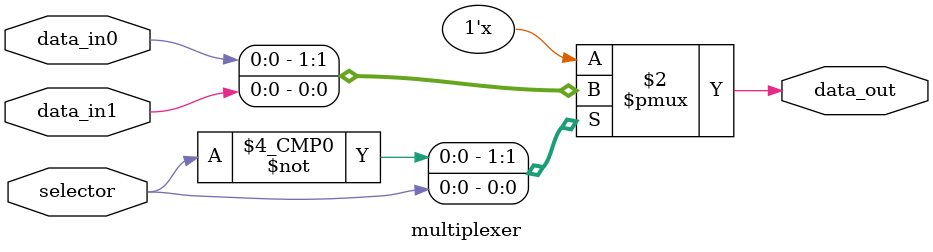
<source format=v>
module multiplexer(
	output reg data_out,
	input 		data_in0,
	input 		data_in1,
	input 		selector
);
	
	always @(*)
		begin: MUX
			case((selector))
				0 : data_out=data_in0;
				1 : data_out=data_in1;
			default data_out=1'bx;
			endcase
		end
endmodule
			
</source>
